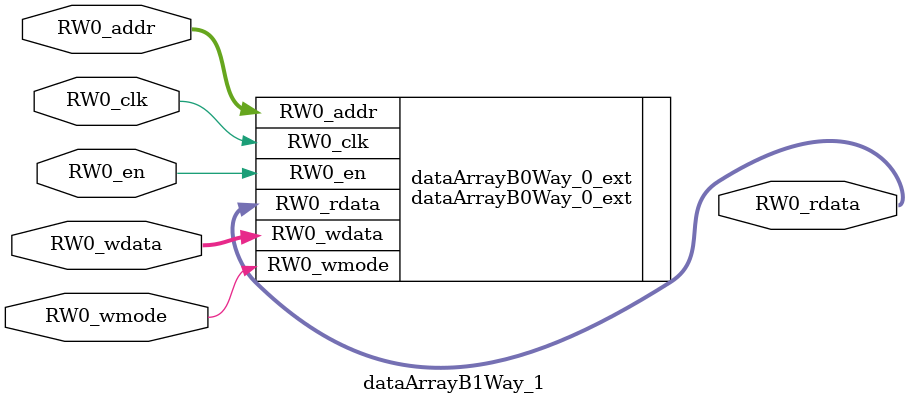
<source format=sv>
`ifndef RANDOMIZE
  `ifdef RANDOMIZE_MEM_INIT
    `define RANDOMIZE
  `endif // RANDOMIZE_MEM_INIT
`endif // not def RANDOMIZE
`ifndef RANDOMIZE
  `ifdef RANDOMIZE_REG_INIT
    `define RANDOMIZE
  `endif // RANDOMIZE_REG_INIT
`endif // not def RANDOMIZE

`ifndef RANDOM
  `define RANDOM $random
`endif // not def RANDOM

// Users can define INIT_RANDOM as general code that gets injected into the
// initializer block for modules with registers.
`ifndef INIT_RANDOM
  `define INIT_RANDOM
`endif // not def INIT_RANDOM

// If using random initialization, you can also define RANDOMIZE_DELAY to
// customize the delay used, otherwise 0.002 is used.
`ifndef RANDOMIZE_DELAY
  `define RANDOMIZE_DELAY 0.002
`endif // not def RANDOMIZE_DELAY

// Define INIT_RANDOM_PROLOG_ for use in our modules below.
`ifndef INIT_RANDOM_PROLOG_
  `ifdef RANDOMIZE
    `ifdef VERILATOR
      `define INIT_RANDOM_PROLOG_ `INIT_RANDOM
    `else  // VERILATOR
      `define INIT_RANDOM_PROLOG_ `INIT_RANDOM #`RANDOMIZE_DELAY begin end
    `endif // VERILATOR
  `else  // RANDOMIZE
    `define INIT_RANDOM_PROLOG_
  `endif // RANDOMIZE
`endif // not def INIT_RANDOM_PROLOG_

// Include register initializers in init blocks unless synthesis is set
`ifndef SYNTHESIS
  `ifndef ENABLE_INITIAL_REG_
    `define ENABLE_INITIAL_REG_
  `endif // not def ENABLE_INITIAL_REG_
`endif // not def SYNTHESIS

// Include rmemory initializers in init blocks unless synthesis is set
`ifndef SYNTHESIS
  `ifndef ENABLE_INITIAL_MEM_
    `define ENABLE_INITIAL_MEM_
  `endif // not def ENABLE_INITIAL_MEM_
`endif // not def SYNTHESIS

// Standard header to adapt well known macros for prints and assertions.

// Users can define 'PRINTF_COND' to add an extra gate to prints.
`ifndef PRINTF_COND_
  `ifdef PRINTF_COND
    `define PRINTF_COND_ (`PRINTF_COND)
  `else  // PRINTF_COND
    `define PRINTF_COND_ 1
  `endif // PRINTF_COND
`endif // not def PRINTF_COND_

// Users can define 'ASSERT_VERBOSE_COND' to add an extra gate to assert error printing.
`ifndef ASSERT_VERBOSE_COND_
  `ifdef ASSERT_VERBOSE_COND
    `define ASSERT_VERBOSE_COND_ (`ASSERT_VERBOSE_COND)
  `else  // ASSERT_VERBOSE_COND
    `define ASSERT_VERBOSE_COND_ 1
  `endif // ASSERT_VERBOSE_COND
`endif // not def ASSERT_VERBOSE_COND_

// Users can define 'STOP_COND' to add an extra gate to stop conditions.
`ifndef STOP_COND_
  `ifdef STOP_COND
    `define STOP_COND_ (`STOP_COND)
  `else  // STOP_COND
    `define STOP_COND_ 1
  `endif // STOP_COND
`endif // not def STOP_COND_

module dataArrayB1Way_1(	// @[generators/rocket-chip/src/main/scala/util/DescribedSRAM.scala:17:26]
  input  [7:0]  RW0_addr,
  input         RW0_en,
                RW0_clk,
                RW0_wmode,
  input  [63:0] RW0_wdata,
  output [63:0] RW0_rdata
);

  dataArrayB0Way_0_ext dataArrayB0Way_0_ext (	// @[generators/rocket-chip/src/main/scala/util/DescribedSRAM.scala:17:26]
    .RW0_addr  (RW0_addr),
    .RW0_en    (RW0_en),
    .RW0_clk   (RW0_clk),
    .RW0_wmode (RW0_wmode),
    .RW0_wdata (RW0_wdata),
    .RW0_rdata (RW0_rdata)
  );
endmodule


</source>
